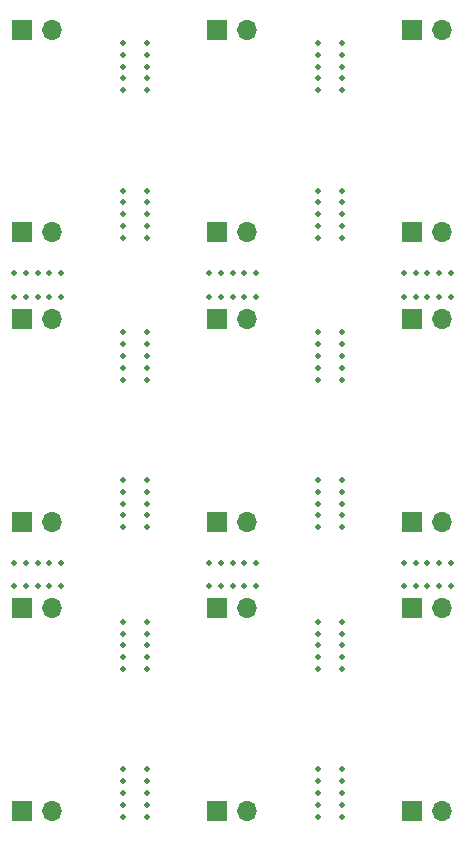
<source format=gbr>
%TF.GenerationSoftware,KiCad,Pcbnew,(6.0.0)*%
%TF.CreationDate,2021-12-29T03:16:53-05:00*%
%TF.ProjectId,panel,70616e65-6c2e-46b6-9963-61645f706362,rev?*%
%TF.SameCoordinates,Original*%
%TF.FileFunction,Soldermask,Bot*%
%TF.FilePolarity,Negative*%
%FSLAX46Y46*%
G04 Gerber Fmt 4.6, Leading zero omitted, Abs format (unit mm)*
G04 Created by KiCad (PCBNEW (6.0.0)) date 2021-12-29 03:16:53*
%MOMM*%
%LPD*%
G01*
G04 APERTURE LIST*
%ADD10C,0.500000*%
%ADD11R,1.700000X1.700000*%
%ADD12O,1.700000X1.700000*%
G04 APERTURE END LIST*
D10*
%TO.C,REF\u002A\u002A*%
X73749000Y-104250011D03*
%TD*%
%TO.C,REF\u002A\u002A*%
X73748999Y-81750003D03*
%TD*%
%TO.C,REF\u002A\u002A*%
X57248999Y-106250011D03*
%TD*%
%TO.C,REF\u002A\u002A*%
X47999997Y-85749000D03*
%TD*%
D11*
%TO.C,PCM*%
X48679997Y-65125004D03*
D12*
X51219997Y-65125004D03*
%TD*%
D10*
%TO.C,REF\u002A\u002A*%
X82000011Y-63251002D03*
%TD*%
%TO.C,REF\u002A\u002A*%
X75751001Y-44749996D03*
%TD*%
%TO.C,REF\u002A\u002A*%
X73749003Y-92750011D03*
%TD*%
D11*
%TO.C,J1*%
X48679997Y-106770011D03*
D12*
X51219997Y-106770011D03*
%TD*%
D10*
%TO.C,REF\u002A\u002A*%
X57248999Y-55249997D03*
%TD*%
%TO.C,REF\u002A\u002A*%
X48999997Y-87751006D03*
%TD*%
%TO.C,REF\u002A\u002A*%
X59251000Y-92750011D03*
%TD*%
%TO.C,REF\u002A\u002A*%
X73749003Y-42749997D03*
%TD*%
%TO.C,REF\u002A\u002A*%
X59251003Y-54249997D03*
%TD*%
%TO.C,REF\u002A\u002A*%
X65500004Y-63251002D03*
%TD*%
%TO.C,REF\u002A\u002A*%
X75751000Y-41749997D03*
%TD*%
%TO.C,REF\u002A\u002A*%
X59251000Y-67250004D03*
%TD*%
%TO.C,REF\u002A\u002A*%
X81000011Y-61248999D03*
%TD*%
%TO.C,REF\u002A\u002A*%
X57248996Y-90750011D03*
%TD*%
%TO.C,REF\u002A\u002A*%
X59251000Y-66250004D03*
%TD*%
%TO.C,REF\u002A\u002A*%
X75751011Y-107250010D03*
%TD*%
%TO.C,REF\u002A\u002A*%
X75750999Y-90750011D03*
%TD*%
D11*
%TO.C,J1*%
X65180004Y-82270004D03*
D12*
X67720004Y-82270004D03*
%TD*%
D10*
%TO.C,REF\u002A\u002A*%
X84000010Y-63251001D03*
%TD*%
%TO.C,REF\u002A\u002A*%
X75751000Y-42749997D03*
%TD*%
%TO.C,REF\u002A\u002A*%
X75751010Y-105250011D03*
%TD*%
%TO.C,REF\u002A\u002A*%
X50999996Y-61248998D03*
%TD*%
%TO.C,REF\u002A\u002A*%
X75751001Y-92750011D03*
%TD*%
%TO.C,REF\u002A\u002A*%
X59251000Y-94750010D03*
%TD*%
%TO.C,REF\u002A\u002A*%
X57248999Y-104250011D03*
%TD*%
%TO.C,REF\u002A\u002A*%
X75751002Y-45749996D03*
%TD*%
D11*
%TO.C,PCM*%
X65180004Y-40624997D03*
D12*
X67720004Y-40624997D03*
%TD*%
D10*
%TO.C,REF\u002A\u002A*%
X84000010Y-85749002D03*
%TD*%
%TO.C,REF\u002A\u002A*%
X67500003Y-61248998D03*
%TD*%
D11*
%TO.C,PCM*%
X81680011Y-65125004D03*
D12*
X84220011Y-65125004D03*
%TD*%
D10*
%TO.C,REF\u002A\u002A*%
X59251004Y-81750003D03*
%TD*%
%TO.C,REF\u002A\u002A*%
X57248999Y-58249997D03*
%TD*%
%TO.C,REF\u002A\u002A*%
X57248997Y-70250003D03*
%TD*%
%TO.C,REF\u002A\u002A*%
X73749000Y-78750004D03*
%TD*%
%TO.C,REF\u002A\u002A*%
X73749003Y-68250004D03*
%TD*%
%TO.C,REF\u002A\u002A*%
X65500004Y-85749001D03*
%TD*%
%TO.C,REF\u002A\u002A*%
X75751010Y-106250010D03*
%TD*%
%TO.C,REF\u002A\u002A*%
X75751009Y-55249997D03*
%TD*%
D11*
%TO.C,J1*%
X81680011Y-106770011D03*
D12*
X84220011Y-106770011D03*
%TD*%
D10*
%TO.C,REF\u002A\u002A*%
X57248996Y-41749997D03*
%TD*%
%TO.C,REF\u002A\u002A*%
X75751010Y-80750004D03*
%TD*%
%TO.C,REF\u002A\u002A*%
X68500003Y-61248997D03*
%TD*%
%TO.C,REF\u002A\u002A*%
X73749003Y-45749996D03*
%TD*%
%TO.C,REF\u002A\u002A*%
X82000011Y-85749001D03*
%TD*%
%TO.C,REF\u002A\u002A*%
X59251003Y-104250011D03*
%TD*%
%TO.C,REF\u002A\u002A*%
X59251000Y-45749996D03*
%TD*%
%TO.C,REF\u002A\u002A*%
X57248999Y-105250011D03*
%TD*%
%TO.C,REF\u002A\u002A*%
X57248996Y-66250004D03*
%TD*%
%TO.C,REF\u002A\u002A*%
X51999996Y-63251000D03*
%TD*%
%TO.C,REF\u002A\u002A*%
X66500004Y-61248998D03*
%TD*%
%TO.C,REF\u002A\u002A*%
X49999997Y-85749001D03*
%TD*%
%TO.C,REF\u002A\u002A*%
X75751001Y-68250004D03*
%TD*%
%TO.C,REF\u002A\u002A*%
X75751009Y-79750004D03*
%TD*%
%TO.C,REF\u002A\u002A*%
X68500003Y-87751002D03*
%TD*%
%TO.C,REF\u002A\u002A*%
X82000011Y-61248998D03*
%TD*%
%TO.C,REF\u002A\u002A*%
X75750999Y-66250004D03*
%TD*%
%TO.C,REF\u002A\u002A*%
X73749003Y-70250004D03*
%TD*%
D11*
%TO.C,J1*%
X48679997Y-82270004D03*
D12*
X51219997Y-82270004D03*
%TD*%
D10*
%TO.C,REF\u002A\u002A*%
X73749000Y-54249997D03*
%TD*%
%TO.C,REF\u002A\u002A*%
X51999996Y-85749003D03*
%TD*%
%TO.C,REF\u002A\u002A*%
X73749000Y-56249997D03*
%TD*%
%TO.C,REF\u002A\u002A*%
X59251000Y-42749997D03*
%TD*%
%TO.C,REF\u002A\u002A*%
X67500003Y-85749002D03*
%TD*%
%TO.C,REF\u002A\u002A*%
X57248999Y-57249997D03*
%TD*%
%TO.C,REF\u002A\u002A*%
X67500003Y-87751004D03*
%TD*%
%TO.C,REF\u002A\u002A*%
X85000010Y-87751002D03*
%TD*%
%TO.C,REF\u002A\u002A*%
X57248997Y-94750010D03*
%TD*%
%TO.C,REF\u002A\u002A*%
X59250999Y-90750011D03*
%TD*%
%TO.C,REF\u002A\u002A*%
X57248997Y-92750011D03*
%TD*%
%TO.C,REF\u002A\u002A*%
X64500004Y-85749000D03*
%TD*%
%TO.C,REF\u002A\u002A*%
X50999996Y-63251001D03*
%TD*%
%TO.C,REF\u002A\u002A*%
X83000011Y-61248998D03*
%TD*%
%TO.C,REF\u002A\u002A*%
X75751002Y-94750010D03*
%TD*%
%TO.C,REF\u002A\u002A*%
X84000010Y-87751004D03*
%TD*%
%TO.C,REF\u002A\u002A*%
X50999996Y-85749002D03*
%TD*%
%TO.C,REF\u002A\u002A*%
X57248997Y-93750010D03*
%TD*%
%TO.C,REF\u002A\u002A*%
X57248997Y-43749997D03*
%TD*%
%TO.C,REF\u002A\u002A*%
X68500003Y-63251000D03*
%TD*%
%TO.C,REF\u002A\u002A*%
X73749003Y-94750011D03*
%TD*%
D11*
%TO.C,J1*%
X65180004Y-106770011D03*
D12*
X67720004Y-106770011D03*
%TD*%
D10*
%TO.C,REF\u002A\u002A*%
X59251003Y-78750004D03*
%TD*%
%TO.C,REF\u002A\u002A*%
X75751008Y-54249997D03*
%TD*%
%TO.C,REF\u002A\u002A*%
X59251000Y-68250004D03*
%TD*%
D11*
%TO.C,J1*%
X81680011Y-82270004D03*
D12*
X84220011Y-82270004D03*
%TD*%
D10*
%TO.C,REF\u002A\u002A*%
X49999997Y-63251002D03*
%TD*%
%TO.C,REF\u002A\u002A*%
X73749000Y-80750004D03*
%TD*%
%TO.C,REF\u002A\u002A*%
X75751001Y-69250003D03*
%TD*%
%TO.C,REF\u002A\u002A*%
X84000010Y-61248998D03*
%TD*%
%TO.C,REF\u002A\u002A*%
X75751010Y-57249996D03*
%TD*%
%TO.C,REF\u002A\u002A*%
X50999996Y-87751004D03*
%TD*%
%TO.C,REF\u002A\u002A*%
X73749003Y-43749997D03*
%TD*%
%TO.C,REF\u002A\u002A*%
X83000011Y-63251001D03*
%TD*%
%TO.C,REF\u002A\u002A*%
X64500004Y-61248999D03*
%TD*%
%TO.C,REF\u002A\u002A*%
X57248996Y-67250004D03*
%TD*%
%TO.C,REF\u002A\u002A*%
X75751008Y-103250011D03*
%TD*%
%TO.C,REF\u002A\u002A*%
X57248999Y-54249997D03*
%TD*%
%TO.C,REF\u002A\u002A*%
X47999997Y-87751008D03*
%TD*%
%TO.C,REF\u002A\u002A*%
X48999997Y-61248998D03*
%TD*%
%TO.C,REF\u002A\u002A*%
X57248997Y-68250004D03*
%TD*%
%TO.C,REF\u002A\u002A*%
X75751008Y-78750004D03*
%TD*%
%TO.C,REF\u002A\u002A*%
X59251003Y-79750004D03*
%TD*%
%TO.C,REF\u002A\u002A*%
X59251003Y-105250011D03*
%TD*%
%TO.C,REF\u002A\u002A*%
X57248996Y-91750011D03*
%TD*%
%TO.C,REF\u002A\u002A*%
X59251004Y-57249996D03*
%TD*%
%TO.C,REF\u002A\u002A*%
X65500004Y-87751006D03*
%TD*%
%TO.C,REF\u002A\u002A*%
X57248999Y-56249997D03*
%TD*%
%TO.C,REF\u002A\u002A*%
X75751010Y-81750003D03*
%TD*%
%TO.C,REF\u002A\u002A*%
X57248999Y-81750004D03*
%TD*%
%TO.C,REF\u002A\u002A*%
X73748999Y-58249996D03*
%TD*%
%TO.C,REF\u002A\u002A*%
X73749003Y-91750011D03*
%TD*%
%TO.C,REF\u002A\u002A*%
X59251000Y-43749997D03*
%TD*%
%TO.C,REF\u002A\u002A*%
X59251000Y-41749997D03*
%TD*%
%TO.C,REF\u002A\u002A*%
X66500004Y-63251001D03*
%TD*%
%TO.C,REF\u002A\u002A*%
X66500004Y-87751005D03*
%TD*%
%TO.C,REF\u002A\u002A*%
X49999997Y-87751005D03*
%TD*%
%TO.C,REF\u002A\u002A*%
X82000011Y-87751006D03*
%TD*%
%TO.C,REF\u002A\u002A*%
X59251004Y-106250010D03*
%TD*%
%TO.C,REF\u002A\u002A*%
X73748999Y-106250010D03*
%TD*%
%TO.C,REF\u002A\u002A*%
X73749000Y-55249997D03*
%TD*%
%TO.C,REF\u002A\u002A*%
X83000011Y-85749002D03*
%TD*%
%TO.C,REF\u002A\u002A*%
X73749000Y-105250011D03*
%TD*%
%TO.C,REF\u002A\u002A*%
X57248999Y-79750004D03*
%TD*%
%TO.C,REF\u002A\u002A*%
X59251000Y-69250003D03*
%TD*%
%TO.C,REF\u002A\u002A*%
X66500004Y-85749002D03*
%TD*%
%TO.C,REF\u002A\u002A*%
X73749003Y-44749997D03*
%TD*%
D11*
%TO.C,PCM*%
X65180004Y-89625011D03*
D12*
X67720004Y-89625011D03*
%TD*%
D10*
%TO.C,REF\u002A\u002A*%
X49999997Y-61248998D03*
%TD*%
%TO.C,REF\u002A\u002A*%
X48999997Y-85749001D03*
%TD*%
%TO.C,REF\u002A\u002A*%
X67500003Y-63251001D03*
%TD*%
%TO.C,REF\u002A\u002A*%
X73748999Y-82750003D03*
%TD*%
%TO.C,REF\u002A\u002A*%
X73749003Y-41749997D03*
%TD*%
%TO.C,REF\u002A\u002A*%
X73749003Y-69250004D03*
%TD*%
%TO.C,REF\u002A\u002A*%
X57248996Y-42749997D03*
%TD*%
%TO.C,REF\u002A\u002A*%
X73749000Y-79750004D03*
%TD*%
%TO.C,REF\u002A\u002A*%
X81000011Y-63251003D03*
%TD*%
%TO.C,REF\u002A\u002A*%
X81000011Y-87751008D03*
%TD*%
%TO.C,REF\u002A\u002A*%
X57248999Y-80750004D03*
%TD*%
%TO.C,REF\u002A\u002A*%
X75751001Y-43749997D03*
%TD*%
%TO.C,REF\u002A\u002A*%
X68500003Y-85749003D03*
%TD*%
%TO.C,REF\u002A\u002A*%
X57248997Y-69250003D03*
%TD*%
%TO.C,REF\u002A\u002A*%
X57248997Y-45749996D03*
%TD*%
%TO.C,REF\u002A\u002A*%
X59251004Y-58249996D03*
%TD*%
%TO.C,REF\u002A\u002A*%
X73749003Y-66250004D03*
%TD*%
%TO.C,REF\u002A\u002A*%
X59251000Y-70250003D03*
%TD*%
%TO.C,REF\u002A\u002A*%
X59251000Y-91750011D03*
%TD*%
%TO.C,REF\u002A\u002A*%
X73749003Y-93750011D03*
%TD*%
D11*
%TO.C,PCM*%
X81680011Y-40624997D03*
D12*
X84220011Y-40624997D03*
%TD*%
D10*
%TO.C,REF\u002A\u002A*%
X75751011Y-58249996D03*
%TD*%
%TO.C,REF\u002A\u002A*%
X57248999Y-107250011D03*
%TD*%
%TO.C,REF\u002A\u002A*%
X59251000Y-93750011D03*
%TD*%
%TO.C,REF\u002A\u002A*%
X81000011Y-85749000D03*
%TD*%
%TO.C,REF\u002A\u002A*%
X65500004Y-61248998D03*
%TD*%
%TO.C,REF\u002A\u002A*%
X48999997Y-63251002D03*
%TD*%
%TO.C,REF\u002A\u002A*%
X75751002Y-70250003D03*
%TD*%
%TO.C,REF\u002A\u002A*%
X47999997Y-61248999D03*
%TD*%
%TO.C,REF\u002A\u002A*%
X57248997Y-44749996D03*
%TD*%
%TO.C,REF\u002A\u002A*%
X73749003Y-90750011D03*
%TD*%
%TO.C,REF\u002A\u002A*%
X83000011Y-87751005D03*
%TD*%
D11*
%TO.C,PCM*%
X48679997Y-89625011D03*
D12*
X51219997Y-89625011D03*
%TD*%
D10*
%TO.C,REF\u002A\u002A*%
X85000010Y-61248997D03*
%TD*%
%TO.C,REF\u002A\u002A*%
X75751001Y-93750010D03*
%TD*%
%TO.C,REF\u002A\u002A*%
X75751011Y-82750003D03*
%TD*%
%TO.C,REF\u002A\u002A*%
X59251003Y-55249997D03*
%TD*%
%TO.C,REF\u002A\u002A*%
X73748999Y-57249996D03*
%TD*%
D11*
%TO.C,PCM*%
X65180004Y-65125004D03*
D12*
X67720004Y-65125004D03*
%TD*%
D10*
%TO.C,REF\u002A\u002A*%
X73749001Y-103250011D03*
%TD*%
%TO.C,REF\u002A\u002A*%
X75751009Y-104250011D03*
%TD*%
%TO.C,REF\u002A\u002A*%
X59251000Y-44749997D03*
%TD*%
%TO.C,REF\u002A\u002A*%
X59251003Y-56249997D03*
%TD*%
D11*
%TO.C,PCM*%
X48679997Y-40624997D03*
D12*
X51219997Y-40624997D03*
%TD*%
D10*
%TO.C,REF\u002A\u002A*%
X64500004Y-63251003D03*
%TD*%
%TO.C,REF\u002A\u002A*%
X57248999Y-103250011D03*
%TD*%
%TO.C,REF\u002A\u002A*%
X75751000Y-91750011D03*
%TD*%
%TO.C,REF\u002A\u002A*%
X64500004Y-87751008D03*
%TD*%
D11*
%TO.C,J1*%
X48679997Y-57769997D03*
D12*
X51219997Y-57769997D03*
%TD*%
D10*
%TO.C,REF\u002A\u002A*%
X85000010Y-85749003D03*
%TD*%
%TO.C,REF\u002A\u002A*%
X47999997Y-63251003D03*
%TD*%
%TO.C,REF\u002A\u002A*%
X75751010Y-56249997D03*
%TD*%
%TO.C,REF\u002A\u002A*%
X59251003Y-80750004D03*
%TD*%
%TO.C,REF\u002A\u002A*%
X59251004Y-82750003D03*
%TD*%
%TO.C,REF\u002A\u002A*%
X57248999Y-78750004D03*
%TD*%
%TO.C,REF\u002A\u002A*%
X73749003Y-67250004D03*
%TD*%
D11*
%TO.C,J1*%
X65180004Y-57769997D03*
D12*
X67720004Y-57769997D03*
%TD*%
D11*
%TO.C,J1*%
X81680011Y-57769997D03*
D12*
X84220011Y-57769997D03*
%TD*%
D10*
%TO.C,REF\u002A\u002A*%
X75751000Y-67250004D03*
%TD*%
%TO.C,REF\u002A\u002A*%
X51999996Y-61248997D03*
%TD*%
%TO.C,REF\u002A\u002A*%
X73748999Y-107250010D03*
%TD*%
%TO.C,REF\u002A\u002A*%
X59251003Y-103250011D03*
%TD*%
%TO.C,REF\u002A\u002A*%
X51999996Y-87751002D03*
%TD*%
%TO.C,REF\u002A\u002A*%
X59251004Y-107250010D03*
%TD*%
%TO.C,REF\u002A\u002A*%
X85000010Y-63251000D03*
%TD*%
D11*
%TO.C,PCM*%
X81680011Y-89625011D03*
D12*
X84220011Y-89625011D03*
%TD*%
D10*
%TO.C,REF\u002A\u002A*%
X57248999Y-82750004D03*
%TD*%
M02*

</source>
